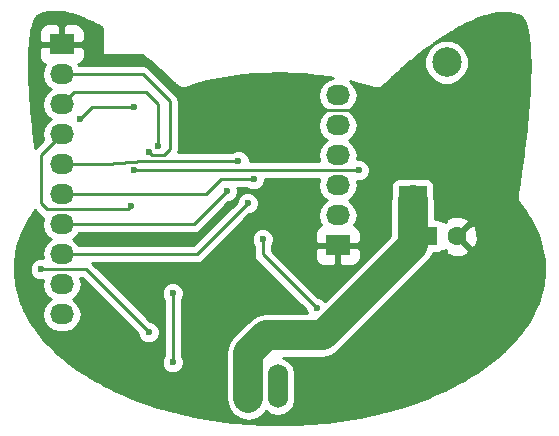
<source format=gbl>
G04 #@! TF.FileFunction,Copper,L2,Bot,Signal*
%FSLAX46Y46*%
G04 Gerber Fmt 4.6, Leading zero omitted, Abs format (unit mm)*
G04 Created by KiCad (PCBNEW 4.0.7) date Tuesday, December 26, 2017 'AMt' 07:42:27 AM*
%MOMM*%
%LPD*%
G01*
G04 APERTURE LIST*
%ADD10C,0.100000*%
%ADD11R,2.400000X2.400000*%
%ADD12C,2.400000*%
%ADD13R,1.600000X1.600000*%
%ADD14C,1.600000*%
%ADD15R,2.500000X2.500000*%
%ADD16C,2.500000*%
%ADD17O,1.700000X3.700000*%
%ADD18R,2.032000X1.727200*%
%ADD19O,2.032000X1.727200*%
%ADD20C,0.600000*%
%ADD21C,2.500000*%
%ADD22C,0.250000*%
%ADD23C,0.254000*%
G04 APERTURE END LIST*
D10*
D11*
X35344000Y-16988000D03*
D12*
X40344000Y-16988000D03*
D13*
X36614000Y-20036000D03*
D14*
X39114000Y-20036000D03*
D15*
X43218000Y-5304000D03*
D16*
X38218000Y-5304000D03*
D17*
X26414000Y-32752000D03*
X23914000Y-32752000D03*
X21414000Y-32752000D03*
D18*
X28994000Y-20798000D03*
D19*
X28994000Y-18258000D03*
X28994000Y-15718000D03*
X28994000Y-13178000D03*
X28994000Y-10638000D03*
X28994000Y-8098000D03*
D18*
X5626000Y-3780000D03*
D19*
X5626000Y-6320000D03*
X5626000Y-8860000D03*
X5626000Y-11400000D03*
X5626000Y-13940000D03*
X5626000Y-16480000D03*
X5626000Y-19020000D03*
X5626000Y-21560000D03*
X5626000Y-24100000D03*
X5626000Y-26640000D03*
D20*
X30772000Y-9368000D03*
X18326000Y-11400000D03*
X18326000Y-9114000D03*
X11722000Y-5304000D03*
X8166000Y-4288000D03*
X7150000Y-29180000D03*
X37630000Y-25116000D03*
X39662000Y-29688000D03*
X36614000Y-32228000D03*
X33312000Y-31466000D03*
X17310000Y-27910000D03*
X20358000Y-21306000D03*
X25692000Y-22068000D03*
X20599743Y-13681233D03*
X3848000Y-22830000D03*
X12992000Y-28164000D03*
X12992000Y-12924000D03*
X13754000Y-12416000D03*
X11468000Y-17496000D03*
X21882000Y-15210000D03*
X19596000Y-16226000D03*
X21374000Y-17242000D03*
X7150000Y-10130000D03*
X11722000Y-9114000D03*
X15024000Y-24862000D03*
X15024000Y-30704000D03*
X30772000Y-14448000D03*
X11722000Y-14448000D03*
X22644000Y-20290000D03*
X27216000Y-26132000D03*
D21*
X35344000Y-16988000D02*
X35344000Y-20798000D01*
X35344000Y-20798000D02*
X27724000Y-28418000D01*
X27724000Y-28418000D02*
X22898000Y-28418000D01*
X22898000Y-28418000D02*
X21414000Y-29902000D01*
X21414000Y-29902000D02*
X21414000Y-33752000D01*
D22*
X5626000Y-3780000D02*
X7658000Y-3780000D01*
X20358000Y-9368000D02*
X30772000Y-9368000D01*
X18326000Y-11400000D02*
X20358000Y-9368000D01*
X16548000Y-9114000D02*
X18326000Y-9114000D01*
X12738000Y-5304000D02*
X16548000Y-9114000D01*
X11722000Y-5304000D02*
X12738000Y-5304000D01*
X7658000Y-3780000D02*
X8166000Y-4288000D01*
X17310000Y-32482000D02*
X17310000Y-27910000D01*
X16802000Y-32990000D02*
X17310000Y-32482000D01*
X10960000Y-32990000D02*
X16802000Y-32990000D01*
X7150000Y-29180000D02*
X10960000Y-32990000D01*
X37630000Y-27656000D02*
X37630000Y-25116000D01*
X39662000Y-29688000D02*
X37630000Y-27656000D01*
X34074000Y-32228000D02*
X36614000Y-32228000D01*
X33312000Y-31466000D02*
X34074000Y-32228000D01*
X17310000Y-24354000D02*
X17310000Y-27910000D01*
X20358000Y-21306000D02*
X17310000Y-24354000D01*
X25692000Y-22068000D02*
X26200000Y-21560000D01*
X26200000Y-21560000D02*
X26200000Y-21306000D01*
X26200000Y-21306000D02*
X26708000Y-20798000D01*
X26708000Y-20798000D02*
X28994000Y-20798000D01*
X5626000Y-13940000D02*
X9436000Y-13940000D01*
X12484000Y-13686000D02*
X20599743Y-13681233D01*
X9436000Y-13940000D02*
X12484000Y-13686000D01*
X7658000Y-22830000D02*
X3848000Y-22830000D01*
X12992000Y-28164000D02*
X7658000Y-22830000D01*
X12484000Y-6320000D02*
X5626000Y-6320000D01*
X14770000Y-8606000D02*
X12484000Y-6320000D01*
X14770000Y-12670000D02*
X14770000Y-8606000D01*
X14262000Y-13178000D02*
X14770000Y-12670000D01*
X13246000Y-13178000D02*
X14262000Y-13178000D01*
X12992000Y-12924000D02*
X13246000Y-13178000D01*
X6642000Y-7844000D02*
X5626000Y-8860000D01*
X12738000Y-7844000D02*
X6642000Y-7844000D01*
X13754000Y-8860000D02*
X12738000Y-7844000D01*
X13754000Y-12416000D02*
X13754000Y-8860000D01*
X3848000Y-13178000D02*
X5626000Y-11400000D01*
X3848000Y-17242000D02*
X3848000Y-13178000D01*
X4356000Y-17750000D02*
X3848000Y-17242000D01*
X11214000Y-17750000D02*
X4356000Y-17750000D01*
X11468000Y-17496000D02*
X11214000Y-17750000D01*
X5626000Y-16480000D02*
X17818000Y-16480000D01*
X19088000Y-15210000D02*
X21882000Y-15210000D01*
X17818000Y-16480000D02*
X19088000Y-15210000D01*
X5626000Y-19020000D02*
X16802000Y-19020000D01*
X16802000Y-19020000D02*
X19596000Y-16226000D01*
X17056000Y-21560000D02*
X5626000Y-21560000D01*
X21374000Y-17242000D02*
X17056000Y-21560000D01*
X7150000Y-10130000D02*
X8166000Y-9114000D01*
X8166000Y-9114000D02*
X11722000Y-9114000D01*
X15024000Y-30704000D02*
X15024000Y-24862000D01*
X12992000Y-14448000D02*
X30772000Y-14448000D01*
X11722000Y-14448000D02*
X12992000Y-14448000D01*
X22644000Y-21560000D02*
X22644000Y-20290000D01*
X27216000Y-26132000D02*
X22644000Y-21560000D01*
D23*
G36*
X43233159Y-1125440D02*
X43414105Y-1135721D01*
X43587519Y-1155653D01*
X43762042Y-1186093D01*
X43927121Y-1223432D01*
X44085646Y-1271181D01*
X44243195Y-1329533D01*
X44397555Y-1397920D01*
X44520191Y-1461352D01*
X44531588Y-1467351D01*
X44552148Y-1481486D01*
X44581265Y-1506962D01*
X44616267Y-1545649D01*
X44659685Y-1605193D01*
X44710523Y-1688383D01*
X44764842Y-1793517D01*
X44817321Y-1911143D01*
X44867757Y-2048872D01*
X44917915Y-2205614D01*
X44965006Y-2378994D01*
X45008658Y-2566700D01*
X45047071Y-2767803D01*
X45084493Y-2989995D01*
X45117710Y-3222513D01*
X45148237Y-3462033D01*
X45171920Y-3713075D01*
X45193680Y-3976617D01*
X45210691Y-4251213D01*
X45225330Y-4531793D01*
X45235108Y-4820244D01*
X45242463Y-5116885D01*
X45244920Y-5419150D01*
X45244920Y-5730011D01*
X45242455Y-6045520D01*
X45235055Y-6361243D01*
X45225081Y-6687892D01*
X45212501Y-7017495D01*
X45212539Y-7017733D01*
X45212483Y-7017968D01*
X45200010Y-7349739D01*
X45182706Y-7681002D01*
X45162746Y-8015334D01*
X45140096Y-8352561D01*
X45140123Y-8352766D01*
X45140068Y-8352969D01*
X45117412Y-8692814D01*
X45092452Y-9029770D01*
X45065041Y-9366175D01*
X45034850Y-9703309D01*
X45004704Y-10037430D01*
X44972006Y-10371958D01*
X44939414Y-10700390D01*
X44904226Y-11027131D01*
X44904482Y-11029996D01*
X44903640Y-11032749D01*
X44871330Y-11353362D01*
X44834058Y-11668933D01*
X44834258Y-11671462D01*
X44833489Y-11673879D01*
X44798417Y-11987019D01*
X44760870Y-12292403D01*
X44761092Y-12295400D01*
X44760171Y-12298261D01*
X44725148Y-12600955D01*
X44687793Y-12894816D01*
X44649874Y-13185531D01*
X44650024Y-13187775D01*
X44649315Y-13189909D01*
X44614453Y-13468807D01*
X44577129Y-13737537D01*
X44577293Y-13740346D01*
X44576387Y-13743011D01*
X44541170Y-14009650D01*
X44506202Y-14261922D01*
X44471336Y-14505984D01*
X44436238Y-14739136D01*
X44436356Y-14741640D01*
X44435519Y-14744006D01*
X44402499Y-14972606D01*
X44402534Y-14973261D01*
X44402317Y-14973877D01*
X44372253Y-15184325D01*
X44342661Y-15381605D01*
X44312874Y-15570260D01*
X44284934Y-15745520D01*
X44285022Y-15747807D01*
X44284239Y-15749957D01*
X44258839Y-15915057D01*
X44258862Y-15915593D01*
X44258680Y-15916096D01*
X44235820Y-16065956D01*
X44235850Y-16066612D01*
X44235626Y-16067232D01*
X44216457Y-16194226D01*
X44197515Y-16305511D01*
X44179735Y-16409651D01*
X44179999Y-16419342D01*
X44176744Y-16428475D01*
X44167130Y-16493853D01*
X44161131Y-16523846D01*
X44161107Y-16547079D01*
X44153397Y-16568996D01*
X44150857Y-16586777D01*
X44151488Y-16598360D01*
X44147942Y-16609408D01*
X44160230Y-16758751D01*
X44160872Y-16770531D01*
X44160793Y-16845940D01*
X44165619Y-16857626D01*
X44168386Y-16908393D01*
X44173404Y-16918856D01*
X44174355Y-16930418D01*
X44242860Y-17063693D01*
X44307660Y-17198820D01*
X44316298Y-17206565D01*
X44321602Y-17216884D01*
X44387412Y-17299755D01*
X44578595Y-17545904D01*
X44815136Y-17874697D01*
X45037416Y-18208115D01*
X45245081Y-18545572D01*
X45437690Y-18886160D01*
X45612343Y-19226151D01*
X45770828Y-19571089D01*
X45915482Y-19921058D01*
X46041906Y-20268149D01*
X46150486Y-20621614D01*
X46245762Y-20979480D01*
X46323678Y-21336975D01*
X46383316Y-21697098D01*
X46426869Y-22059276D01*
X46452364Y-22430107D01*
X46461580Y-22706601D01*
X46461580Y-22874186D01*
X46454698Y-23117333D01*
X46433887Y-23445694D01*
X46399288Y-23768616D01*
X46353164Y-24089176D01*
X46293736Y-24404602D01*
X46220552Y-24717922D01*
X46132802Y-25031975D01*
X46032535Y-25346765D01*
X45921753Y-25656034D01*
X45796974Y-25961050D01*
X45658822Y-26267794D01*
X45509260Y-26571591D01*
X45348206Y-26870357D01*
X45172140Y-27170843D01*
X44987137Y-27463569D01*
X44785867Y-27757186D01*
X44574226Y-28049680D01*
X44351297Y-28336641D01*
X44118655Y-28619135D01*
X43869825Y-28901462D01*
X43614412Y-29178359D01*
X43344174Y-29450988D01*
X43061098Y-29724387D01*
X42770629Y-29990851D01*
X42469874Y-30250704D01*
X42153817Y-30510842D01*
X41831359Y-30765415D01*
X41497372Y-31014696D01*
X41152450Y-31260028D01*
X40799285Y-31498718D01*
X40433315Y-31735379D01*
X40058535Y-31965637D01*
X39674369Y-32193200D01*
X39282348Y-32412342D01*
X38880902Y-32625304D01*
X38467337Y-32834549D01*
X38045195Y-33039448D01*
X37617803Y-33238407D01*
X37181826Y-33429453D01*
X36735536Y-33614380D01*
X36281498Y-33794514D01*
X35819662Y-33967393D01*
X35350021Y-34135476D01*
X34873782Y-34295867D01*
X34392947Y-34448748D01*
X33899934Y-34594917D01*
X33402927Y-34735860D01*
X32898146Y-34867004D01*
X32386350Y-34993710D01*
X31870444Y-35112196D01*
X31347467Y-35221254D01*
X30814740Y-35325809D01*
X30280132Y-35422334D01*
X29738569Y-35509282D01*
X29191738Y-35591307D01*
X28641470Y-35663189D01*
X28086141Y-35727647D01*
X27522885Y-35782235D01*
X26954767Y-35829578D01*
X26386152Y-35869306D01*
X25809696Y-35899123D01*
X25228614Y-35921568D01*
X24647844Y-35936460D01*
X24208817Y-35938940D01*
X23913823Y-35938940D01*
X23474736Y-35936459D01*
X22891461Y-35921567D01*
X22310462Y-35899125D01*
X21736518Y-35869310D01*
X21165161Y-35829563D01*
X20597311Y-35782242D01*
X20036679Y-35727668D01*
X19481170Y-35663189D01*
X18930909Y-35591308D01*
X18383739Y-35509233D01*
X17840008Y-35422335D01*
X17308200Y-35325868D01*
X16775253Y-35221271D01*
X16252243Y-35112207D01*
X15735835Y-34993606D01*
X15221943Y-34866995D01*
X14719707Y-34735870D01*
X14220173Y-34594912D01*
X13729671Y-34448752D01*
X13245732Y-34295670D01*
X12770079Y-34135476D01*
X12300439Y-33967394D01*
X11838574Y-33794503D01*
X11384565Y-33614380D01*
X10939050Y-33429774D01*
X10504784Y-33238403D01*
X10074130Y-33039071D01*
X9653643Y-32834976D01*
X9241702Y-32625305D01*
X8837806Y-32412341D01*
X8449204Y-32193753D01*
X8064105Y-31965637D01*
X7689324Y-31735379D01*
X7322262Y-31498012D01*
X6967712Y-31260026D01*
X6626369Y-31015518D01*
X6290075Y-30764516D01*
X5966392Y-30510883D01*
X5652726Y-30250712D01*
X5348293Y-29989770D01*
X5059022Y-29724405D01*
X4777271Y-29452287D01*
X4508127Y-29178339D01*
X4250394Y-28901515D01*
X4003890Y-28619111D01*
X3767518Y-28334986D01*
X3545878Y-28049685D01*
X3335561Y-27759022D01*
X3135409Y-27463559D01*
X2948056Y-27170820D01*
X2775578Y-26872480D01*
X2612171Y-26569347D01*
X2460222Y-26265449D01*
X2324234Y-25963510D01*
X2200774Y-25656025D01*
X2086741Y-25344179D01*
X1988159Y-25034677D01*
X1902727Y-24720658D01*
X1828903Y-24404597D01*
X1768937Y-24086316D01*
X1720502Y-23765724D01*
X1686521Y-23448572D01*
X1668024Y-23120237D01*
X1661060Y-22874186D01*
X1661060Y-22703151D01*
X1667907Y-22429253D01*
X1695465Y-22061825D01*
X1739324Y-21697098D01*
X1798962Y-21336975D01*
X1877551Y-20976392D01*
X1969735Y-20619179D01*
X2079884Y-20270375D01*
X2207499Y-19917693D01*
X2351812Y-19568549D01*
X2510302Y-19223603D01*
X2684950Y-18883620D01*
X2877565Y-18543020D01*
X3085212Y-18205594D01*
X3306424Y-17873776D01*
X3347897Y-17816699D01*
X3818599Y-18287401D01*
X4056728Y-18446514D01*
X3942655Y-19020000D01*
X4056729Y-19593489D01*
X4381585Y-20079670D01*
X4696366Y-20290000D01*
X4381585Y-20500330D01*
X4056729Y-20986511D01*
X3942655Y-21560000D01*
X4009318Y-21895140D01*
X3662833Y-21894838D01*
X3319057Y-22036883D01*
X3055808Y-22299673D01*
X2913162Y-22643201D01*
X2912838Y-23015167D01*
X3054883Y-23358943D01*
X3317673Y-23622192D01*
X3661201Y-23764838D01*
X4009263Y-23765141D01*
X3942655Y-24100000D01*
X4056729Y-24673489D01*
X4381585Y-25159670D01*
X4696366Y-25370000D01*
X4381585Y-25580330D01*
X4056729Y-26066511D01*
X3942655Y-26640000D01*
X4056729Y-27213489D01*
X4381585Y-27699670D01*
X4867766Y-28024526D01*
X5441255Y-28138600D01*
X5810745Y-28138600D01*
X6384234Y-28024526D01*
X6870415Y-27699670D01*
X7195271Y-27213489D01*
X7309345Y-26640000D01*
X7195271Y-26066511D01*
X6870415Y-25580330D01*
X6555634Y-25370000D01*
X6870415Y-25159670D01*
X7195271Y-24673489D01*
X7309345Y-24100000D01*
X7207900Y-23590000D01*
X7343198Y-23590000D01*
X12056878Y-28303680D01*
X12056838Y-28349167D01*
X12198883Y-28692943D01*
X12461673Y-28956192D01*
X12805201Y-29098838D01*
X13177167Y-29099162D01*
X13520943Y-28957117D01*
X13784192Y-28694327D01*
X13926838Y-28350799D01*
X13927162Y-27978833D01*
X13785117Y-27635057D01*
X13522327Y-27371808D01*
X13178799Y-27229162D01*
X13131923Y-27229121D01*
X10949969Y-25047167D01*
X14088838Y-25047167D01*
X14230883Y-25390943D01*
X14264000Y-25424118D01*
X14264000Y-30141537D01*
X14231808Y-30173673D01*
X14089162Y-30517201D01*
X14088838Y-30889167D01*
X14230883Y-31232943D01*
X14493673Y-31496192D01*
X14837201Y-31638838D01*
X15209167Y-31639162D01*
X15552943Y-31497117D01*
X15816192Y-31234327D01*
X15958838Y-30890799D01*
X15959162Y-30518833D01*
X15817117Y-30175057D01*
X15784000Y-30141882D01*
X15784000Y-29902000D01*
X19529000Y-29902000D01*
X19529000Y-33752000D01*
X19672487Y-34473358D01*
X20081104Y-35084896D01*
X20692642Y-35493513D01*
X21414000Y-35637000D01*
X22135358Y-35493513D01*
X22746896Y-35084896D01*
X22891191Y-34868943D01*
X23345715Y-35172645D01*
X23914000Y-35285684D01*
X24482285Y-35172645D01*
X24964054Y-34850738D01*
X25285961Y-34368969D01*
X25399000Y-33800684D01*
X25399000Y-31703316D01*
X25285961Y-31135031D01*
X24964054Y-30653262D01*
X24482285Y-30331355D01*
X24339735Y-30303000D01*
X27724000Y-30303000D01*
X28445359Y-30159513D01*
X29056896Y-29750896D01*
X36676896Y-22130897D01*
X37085513Y-21519359D01*
X37092658Y-21483440D01*
X37414000Y-21483440D01*
X37649317Y-21439162D01*
X37865441Y-21300090D01*
X37875984Y-21284660D01*
X37960466Y-21369142D01*
X38126313Y-21203295D01*
X38184449Y-21531483D01*
X38827503Y-21773370D01*
X39514174Y-21750758D01*
X40043551Y-21531483D01*
X40101687Y-21203293D01*
X39114000Y-20215605D01*
X39099858Y-20229748D01*
X38920252Y-20050142D01*
X38934395Y-20036000D01*
X39293605Y-20036000D01*
X40281293Y-21023687D01*
X40609483Y-20965551D01*
X40851370Y-20322497D01*
X40828758Y-19635826D01*
X40609483Y-19106449D01*
X40281293Y-19048313D01*
X39293605Y-20036000D01*
X38934395Y-20036000D01*
X38920252Y-20021858D01*
X39099858Y-19842252D01*
X39114000Y-19856395D01*
X40101687Y-18868707D01*
X40043551Y-18540517D01*
X39400497Y-18298630D01*
X38713826Y-18321242D01*
X38184449Y-18540517D01*
X38126313Y-18868705D01*
X37960466Y-18702858D01*
X37878354Y-18784970D01*
X37878090Y-18784559D01*
X37665890Y-18639569D01*
X37414000Y-18588560D01*
X37229000Y-18588560D01*
X37229000Y-16988000D01*
X37191440Y-16799173D01*
X37191440Y-15788000D01*
X37147162Y-15552683D01*
X37008090Y-15336559D01*
X36795890Y-15191569D01*
X36544000Y-15140560D01*
X35532827Y-15140560D01*
X35344000Y-15103000D01*
X35155173Y-15140560D01*
X34144000Y-15140560D01*
X33908683Y-15184838D01*
X33692559Y-15323910D01*
X33547569Y-15536110D01*
X33496560Y-15788000D01*
X33496560Y-16799173D01*
X33459000Y-16988000D01*
X33459000Y-20017207D01*
X27941193Y-25535015D01*
X27746327Y-25339808D01*
X27402799Y-25197162D01*
X27355923Y-25197121D01*
X23404000Y-21245198D01*
X23404000Y-21156750D01*
X27051000Y-21156750D01*
X27051000Y-21845992D01*
X27192127Y-22186703D01*
X27452896Y-22447473D01*
X27793608Y-22588600D01*
X28635250Y-22588600D01*
X28867000Y-22356850D01*
X28867000Y-20925000D01*
X29121000Y-20925000D01*
X29121000Y-22356850D01*
X29352750Y-22588600D01*
X30194392Y-22588600D01*
X30535104Y-22447473D01*
X30795873Y-22186703D01*
X30937000Y-21845992D01*
X30937000Y-21156750D01*
X30705250Y-20925000D01*
X29121000Y-20925000D01*
X28867000Y-20925000D01*
X27282750Y-20925000D01*
X27051000Y-21156750D01*
X23404000Y-21156750D01*
X23404000Y-20852463D01*
X23436192Y-20820327D01*
X23578838Y-20476799D01*
X23579162Y-20104833D01*
X23437117Y-19761057D01*
X23174327Y-19497808D01*
X22830799Y-19355162D01*
X22458833Y-19354838D01*
X22115057Y-19496883D01*
X21851808Y-19759673D01*
X21709162Y-20103201D01*
X21708838Y-20475167D01*
X21850883Y-20818943D01*
X21884000Y-20852118D01*
X21884000Y-21560000D01*
X21941852Y-21850839D01*
X22106599Y-22097401D01*
X26280878Y-26271680D01*
X26280838Y-26317167D01*
X26370018Y-26533000D01*
X22898000Y-26533000D01*
X22176642Y-26676487D01*
X21565104Y-27085104D01*
X20081104Y-28569104D01*
X19672487Y-29180641D01*
X19606930Y-29510221D01*
X19529000Y-29902000D01*
X15784000Y-29902000D01*
X15784000Y-25424463D01*
X15816192Y-25392327D01*
X15958838Y-25048799D01*
X15959162Y-24676833D01*
X15817117Y-24333057D01*
X15554327Y-24069808D01*
X15210799Y-23927162D01*
X14838833Y-23926838D01*
X14495057Y-24068883D01*
X14231808Y-24331673D01*
X14089162Y-24675201D01*
X14088838Y-25047167D01*
X10949969Y-25047167D01*
X8222802Y-22320000D01*
X17056000Y-22320000D01*
X17346839Y-22262148D01*
X17593401Y-22097401D01*
X21513680Y-18177122D01*
X21559167Y-18177162D01*
X21902943Y-18035117D01*
X22166192Y-17772327D01*
X22308838Y-17428799D01*
X22309162Y-17056833D01*
X22167117Y-16713057D01*
X21904327Y-16449808D01*
X21560799Y-16307162D01*
X21188833Y-16306838D01*
X20845057Y-16448883D01*
X20581808Y-16711673D01*
X20439162Y-17055201D01*
X20439121Y-17102077D01*
X16741198Y-20800000D01*
X7070648Y-20800000D01*
X6870415Y-20500330D01*
X6555634Y-20290000D01*
X6870415Y-20079670D01*
X7070648Y-19780000D01*
X16802000Y-19780000D01*
X17092839Y-19722148D01*
X17339401Y-19557401D01*
X19735680Y-17161122D01*
X19781167Y-17161162D01*
X20124943Y-17019117D01*
X20388192Y-16756327D01*
X20530838Y-16412799D01*
X20531162Y-16040833D01*
X20501894Y-15970000D01*
X21319537Y-15970000D01*
X21351673Y-16002192D01*
X21695201Y-16144838D01*
X22067167Y-16145162D01*
X22410943Y-16003117D01*
X22674192Y-15740327D01*
X22816838Y-15396799D01*
X22817002Y-15208000D01*
X27412100Y-15208000D01*
X27310655Y-15718000D01*
X27424729Y-16291489D01*
X27749585Y-16777670D01*
X28064366Y-16988000D01*
X27749585Y-17198330D01*
X27424729Y-17684511D01*
X27310655Y-18258000D01*
X27424729Y-18831489D01*
X27596752Y-19088940D01*
X27452896Y-19148527D01*
X27192127Y-19409297D01*
X27051000Y-19750008D01*
X27051000Y-20439250D01*
X27282750Y-20671000D01*
X28867000Y-20671000D01*
X28867000Y-20651000D01*
X29121000Y-20651000D01*
X29121000Y-20671000D01*
X30705250Y-20671000D01*
X30937000Y-20439250D01*
X30937000Y-19750008D01*
X30795873Y-19409297D01*
X30535104Y-19148527D01*
X30391248Y-19088940D01*
X30563271Y-18831489D01*
X30677345Y-18258000D01*
X30563271Y-17684511D01*
X30238415Y-17198330D01*
X29923634Y-16988000D01*
X30238415Y-16777670D01*
X30563271Y-16291489D01*
X30677345Y-15718000D01*
X30610682Y-15382860D01*
X30957167Y-15383162D01*
X31300943Y-15241117D01*
X31564192Y-14978327D01*
X31706838Y-14634799D01*
X31707162Y-14262833D01*
X31565117Y-13919057D01*
X31302327Y-13655808D01*
X30958799Y-13513162D01*
X30610737Y-13512859D01*
X30677345Y-13178000D01*
X30563271Y-12604511D01*
X30238415Y-12118330D01*
X29923634Y-11908000D01*
X30238415Y-11697670D01*
X30563271Y-11211489D01*
X30677345Y-10638000D01*
X30563271Y-10064511D01*
X30238415Y-9578330D01*
X29923634Y-9368000D01*
X30238415Y-9157670D01*
X30563271Y-8671489D01*
X30677345Y-8098000D01*
X30563271Y-7524511D01*
X30238415Y-7038330D01*
X30046119Y-6909842D01*
X30201556Y-6943290D01*
X31152677Y-7187231D01*
X31847344Y-7390967D01*
X32073049Y-7463775D01*
X32200566Y-7478594D01*
X32326480Y-7503640D01*
X32359522Y-7497068D01*
X32392990Y-7500957D01*
X32516476Y-7465848D01*
X32642386Y-7440803D01*
X32670400Y-7422085D01*
X32702806Y-7412871D01*
X32803451Y-7333183D01*
X32910197Y-7261857D01*
X32922894Y-7249159D01*
X32922897Y-7249157D01*
X32955914Y-7216139D01*
X32955917Y-7216137D01*
X33006068Y-7165985D01*
X33066281Y-7108088D01*
X33066777Y-7107376D01*
X33067508Y-7106906D01*
X33141168Y-7035786D01*
X33141686Y-7035039D01*
X33142448Y-7034547D01*
X33222597Y-6956827D01*
X33312864Y-6871439D01*
X33313219Y-6870938D01*
X33313739Y-6870610D01*
X33412799Y-6776630D01*
X33413408Y-6775769D01*
X33414297Y-6775205D01*
X33517047Y-6677234D01*
X33627310Y-6576560D01*
X33630762Y-6571870D01*
X33635702Y-6568790D01*
X33754490Y-6457275D01*
X33880771Y-6343137D01*
X33881494Y-6342164D01*
X33882531Y-6341541D01*
X34022231Y-6214541D01*
X34022668Y-6213950D01*
X34023296Y-6213571D01*
X34160678Y-6088241D01*
X34308082Y-5960167D01*
X34310993Y-5956409D01*
X34315092Y-5954006D01*
X34473086Y-5813568D01*
X34628473Y-5677305D01*
X36332674Y-5677305D01*
X36619043Y-6370372D01*
X37148839Y-6901093D01*
X37841405Y-7188672D01*
X38591305Y-7189326D01*
X39284372Y-6902957D01*
X39815093Y-6373161D01*
X40102672Y-5680595D01*
X40103326Y-4930695D01*
X39816957Y-4237628D01*
X39287161Y-3706907D01*
X38594595Y-3419328D01*
X37844695Y-3418674D01*
X37151628Y-3705043D01*
X36620907Y-4234839D01*
X36333328Y-4927405D01*
X36332674Y-5677305D01*
X34628473Y-5677305D01*
X34631810Y-5674379D01*
X34798288Y-5532383D01*
X34974311Y-5384021D01*
X34974981Y-5383182D01*
X34975917Y-5382663D01*
X35154985Y-5230954D01*
X35339589Y-5078347D01*
X35526978Y-4925477D01*
X35724069Y-4768304D01*
X35724490Y-4767806D01*
X35725066Y-4767507D01*
X35924381Y-4608055D01*
X36124968Y-4451499D01*
X36334509Y-4291849D01*
X36335003Y-4291290D01*
X36335670Y-4290962D01*
X36545448Y-4130544D01*
X36756621Y-3975197D01*
X36979107Y-3815207D01*
X37199159Y-3656968D01*
X37422409Y-3502409D01*
X37650166Y-3346444D01*
X37877916Y-3194610D01*
X38109869Y-3044088D01*
X38337372Y-2898874D01*
X38572499Y-2756818D01*
X38808133Y-2614456D01*
X39039260Y-2482039D01*
X39276843Y-2349777D01*
X39512601Y-2222276D01*
X39746659Y-2102859D01*
X39983400Y-1986903D01*
X40219844Y-1875919D01*
X40452694Y-1771374D01*
X40681803Y-1675524D01*
X40914937Y-1585125D01*
X41140337Y-1501471D01*
X41368699Y-1426904D01*
X41591334Y-1357331D01*
X41807664Y-1299345D01*
X42027100Y-1248528D01*
X42240409Y-1203621D01*
X42442575Y-1171360D01*
X42649073Y-1146936D01*
X42850451Y-1129613D01*
X43041605Y-1123311D01*
X43233159Y-1125440D01*
X43233159Y-1125440D01*
G37*
X43233159Y-1125440D02*
X43414105Y-1135721D01*
X43587519Y-1155653D01*
X43762042Y-1186093D01*
X43927121Y-1223432D01*
X44085646Y-1271181D01*
X44243195Y-1329533D01*
X44397555Y-1397920D01*
X44520191Y-1461352D01*
X44531588Y-1467351D01*
X44552148Y-1481486D01*
X44581265Y-1506962D01*
X44616267Y-1545649D01*
X44659685Y-1605193D01*
X44710523Y-1688383D01*
X44764842Y-1793517D01*
X44817321Y-1911143D01*
X44867757Y-2048872D01*
X44917915Y-2205614D01*
X44965006Y-2378994D01*
X45008658Y-2566700D01*
X45047071Y-2767803D01*
X45084493Y-2989995D01*
X45117710Y-3222513D01*
X45148237Y-3462033D01*
X45171920Y-3713075D01*
X45193680Y-3976617D01*
X45210691Y-4251213D01*
X45225330Y-4531793D01*
X45235108Y-4820244D01*
X45242463Y-5116885D01*
X45244920Y-5419150D01*
X45244920Y-5730011D01*
X45242455Y-6045520D01*
X45235055Y-6361243D01*
X45225081Y-6687892D01*
X45212501Y-7017495D01*
X45212539Y-7017733D01*
X45212483Y-7017968D01*
X45200010Y-7349739D01*
X45182706Y-7681002D01*
X45162746Y-8015334D01*
X45140096Y-8352561D01*
X45140123Y-8352766D01*
X45140068Y-8352969D01*
X45117412Y-8692814D01*
X45092452Y-9029770D01*
X45065041Y-9366175D01*
X45034850Y-9703309D01*
X45004704Y-10037430D01*
X44972006Y-10371958D01*
X44939414Y-10700390D01*
X44904226Y-11027131D01*
X44904482Y-11029996D01*
X44903640Y-11032749D01*
X44871330Y-11353362D01*
X44834058Y-11668933D01*
X44834258Y-11671462D01*
X44833489Y-11673879D01*
X44798417Y-11987019D01*
X44760870Y-12292403D01*
X44761092Y-12295400D01*
X44760171Y-12298261D01*
X44725148Y-12600955D01*
X44687793Y-12894816D01*
X44649874Y-13185531D01*
X44650024Y-13187775D01*
X44649315Y-13189909D01*
X44614453Y-13468807D01*
X44577129Y-13737537D01*
X44577293Y-13740346D01*
X44576387Y-13743011D01*
X44541170Y-14009650D01*
X44506202Y-14261922D01*
X44471336Y-14505984D01*
X44436238Y-14739136D01*
X44436356Y-14741640D01*
X44435519Y-14744006D01*
X44402499Y-14972606D01*
X44402534Y-14973261D01*
X44402317Y-14973877D01*
X44372253Y-15184325D01*
X44342661Y-15381605D01*
X44312874Y-15570260D01*
X44284934Y-15745520D01*
X44285022Y-15747807D01*
X44284239Y-15749957D01*
X44258839Y-15915057D01*
X44258862Y-15915593D01*
X44258680Y-15916096D01*
X44235820Y-16065956D01*
X44235850Y-16066612D01*
X44235626Y-16067232D01*
X44216457Y-16194226D01*
X44197515Y-16305511D01*
X44179735Y-16409651D01*
X44179999Y-16419342D01*
X44176744Y-16428475D01*
X44167130Y-16493853D01*
X44161131Y-16523846D01*
X44161107Y-16547079D01*
X44153397Y-16568996D01*
X44150857Y-16586777D01*
X44151488Y-16598360D01*
X44147942Y-16609408D01*
X44160230Y-16758751D01*
X44160872Y-16770531D01*
X44160793Y-16845940D01*
X44165619Y-16857626D01*
X44168386Y-16908393D01*
X44173404Y-16918856D01*
X44174355Y-16930418D01*
X44242860Y-17063693D01*
X44307660Y-17198820D01*
X44316298Y-17206565D01*
X44321602Y-17216884D01*
X44387412Y-17299755D01*
X44578595Y-17545904D01*
X44815136Y-17874697D01*
X45037416Y-18208115D01*
X45245081Y-18545572D01*
X45437690Y-18886160D01*
X45612343Y-19226151D01*
X45770828Y-19571089D01*
X45915482Y-19921058D01*
X46041906Y-20268149D01*
X46150486Y-20621614D01*
X46245762Y-20979480D01*
X46323678Y-21336975D01*
X46383316Y-21697098D01*
X46426869Y-22059276D01*
X46452364Y-22430107D01*
X46461580Y-22706601D01*
X46461580Y-22874186D01*
X46454698Y-23117333D01*
X46433887Y-23445694D01*
X46399288Y-23768616D01*
X46353164Y-24089176D01*
X46293736Y-24404602D01*
X46220552Y-24717922D01*
X46132802Y-25031975D01*
X46032535Y-25346765D01*
X45921753Y-25656034D01*
X45796974Y-25961050D01*
X45658822Y-26267794D01*
X45509260Y-26571591D01*
X45348206Y-26870357D01*
X45172140Y-27170843D01*
X44987137Y-27463569D01*
X44785867Y-27757186D01*
X44574226Y-28049680D01*
X44351297Y-28336641D01*
X44118655Y-28619135D01*
X43869825Y-28901462D01*
X43614412Y-29178359D01*
X43344174Y-29450988D01*
X43061098Y-29724387D01*
X42770629Y-29990851D01*
X42469874Y-30250704D01*
X42153817Y-30510842D01*
X41831359Y-30765415D01*
X41497372Y-31014696D01*
X41152450Y-31260028D01*
X40799285Y-31498718D01*
X40433315Y-31735379D01*
X40058535Y-31965637D01*
X39674369Y-32193200D01*
X39282348Y-32412342D01*
X38880902Y-32625304D01*
X38467337Y-32834549D01*
X38045195Y-33039448D01*
X37617803Y-33238407D01*
X37181826Y-33429453D01*
X36735536Y-33614380D01*
X36281498Y-33794514D01*
X35819662Y-33967393D01*
X35350021Y-34135476D01*
X34873782Y-34295867D01*
X34392947Y-34448748D01*
X33899934Y-34594917D01*
X33402927Y-34735860D01*
X32898146Y-34867004D01*
X32386350Y-34993710D01*
X31870444Y-35112196D01*
X31347467Y-35221254D01*
X30814740Y-35325809D01*
X30280132Y-35422334D01*
X29738569Y-35509282D01*
X29191738Y-35591307D01*
X28641470Y-35663189D01*
X28086141Y-35727647D01*
X27522885Y-35782235D01*
X26954767Y-35829578D01*
X26386152Y-35869306D01*
X25809696Y-35899123D01*
X25228614Y-35921568D01*
X24647844Y-35936460D01*
X24208817Y-35938940D01*
X23913823Y-35938940D01*
X23474736Y-35936459D01*
X22891461Y-35921567D01*
X22310462Y-35899125D01*
X21736518Y-35869310D01*
X21165161Y-35829563D01*
X20597311Y-35782242D01*
X20036679Y-35727668D01*
X19481170Y-35663189D01*
X18930909Y-35591308D01*
X18383739Y-35509233D01*
X17840008Y-35422335D01*
X17308200Y-35325868D01*
X16775253Y-35221271D01*
X16252243Y-35112207D01*
X15735835Y-34993606D01*
X15221943Y-34866995D01*
X14719707Y-34735870D01*
X14220173Y-34594912D01*
X13729671Y-34448752D01*
X13245732Y-34295670D01*
X12770079Y-34135476D01*
X12300439Y-33967394D01*
X11838574Y-33794503D01*
X11384565Y-33614380D01*
X10939050Y-33429774D01*
X10504784Y-33238403D01*
X10074130Y-33039071D01*
X9653643Y-32834976D01*
X9241702Y-32625305D01*
X8837806Y-32412341D01*
X8449204Y-32193753D01*
X8064105Y-31965637D01*
X7689324Y-31735379D01*
X7322262Y-31498012D01*
X6967712Y-31260026D01*
X6626369Y-31015518D01*
X6290075Y-30764516D01*
X5966392Y-30510883D01*
X5652726Y-30250712D01*
X5348293Y-29989770D01*
X5059022Y-29724405D01*
X4777271Y-29452287D01*
X4508127Y-29178339D01*
X4250394Y-28901515D01*
X4003890Y-28619111D01*
X3767518Y-28334986D01*
X3545878Y-28049685D01*
X3335561Y-27759022D01*
X3135409Y-27463559D01*
X2948056Y-27170820D01*
X2775578Y-26872480D01*
X2612171Y-26569347D01*
X2460222Y-26265449D01*
X2324234Y-25963510D01*
X2200774Y-25656025D01*
X2086741Y-25344179D01*
X1988159Y-25034677D01*
X1902727Y-24720658D01*
X1828903Y-24404597D01*
X1768937Y-24086316D01*
X1720502Y-23765724D01*
X1686521Y-23448572D01*
X1668024Y-23120237D01*
X1661060Y-22874186D01*
X1661060Y-22703151D01*
X1667907Y-22429253D01*
X1695465Y-22061825D01*
X1739324Y-21697098D01*
X1798962Y-21336975D01*
X1877551Y-20976392D01*
X1969735Y-20619179D01*
X2079884Y-20270375D01*
X2207499Y-19917693D01*
X2351812Y-19568549D01*
X2510302Y-19223603D01*
X2684950Y-18883620D01*
X2877565Y-18543020D01*
X3085212Y-18205594D01*
X3306424Y-17873776D01*
X3347897Y-17816699D01*
X3818599Y-18287401D01*
X4056728Y-18446514D01*
X3942655Y-19020000D01*
X4056729Y-19593489D01*
X4381585Y-20079670D01*
X4696366Y-20290000D01*
X4381585Y-20500330D01*
X4056729Y-20986511D01*
X3942655Y-21560000D01*
X4009318Y-21895140D01*
X3662833Y-21894838D01*
X3319057Y-22036883D01*
X3055808Y-22299673D01*
X2913162Y-22643201D01*
X2912838Y-23015167D01*
X3054883Y-23358943D01*
X3317673Y-23622192D01*
X3661201Y-23764838D01*
X4009263Y-23765141D01*
X3942655Y-24100000D01*
X4056729Y-24673489D01*
X4381585Y-25159670D01*
X4696366Y-25370000D01*
X4381585Y-25580330D01*
X4056729Y-26066511D01*
X3942655Y-26640000D01*
X4056729Y-27213489D01*
X4381585Y-27699670D01*
X4867766Y-28024526D01*
X5441255Y-28138600D01*
X5810745Y-28138600D01*
X6384234Y-28024526D01*
X6870415Y-27699670D01*
X7195271Y-27213489D01*
X7309345Y-26640000D01*
X7195271Y-26066511D01*
X6870415Y-25580330D01*
X6555634Y-25370000D01*
X6870415Y-25159670D01*
X7195271Y-24673489D01*
X7309345Y-24100000D01*
X7207900Y-23590000D01*
X7343198Y-23590000D01*
X12056878Y-28303680D01*
X12056838Y-28349167D01*
X12198883Y-28692943D01*
X12461673Y-28956192D01*
X12805201Y-29098838D01*
X13177167Y-29099162D01*
X13520943Y-28957117D01*
X13784192Y-28694327D01*
X13926838Y-28350799D01*
X13927162Y-27978833D01*
X13785117Y-27635057D01*
X13522327Y-27371808D01*
X13178799Y-27229162D01*
X13131923Y-27229121D01*
X10949969Y-25047167D01*
X14088838Y-25047167D01*
X14230883Y-25390943D01*
X14264000Y-25424118D01*
X14264000Y-30141537D01*
X14231808Y-30173673D01*
X14089162Y-30517201D01*
X14088838Y-30889167D01*
X14230883Y-31232943D01*
X14493673Y-31496192D01*
X14837201Y-31638838D01*
X15209167Y-31639162D01*
X15552943Y-31497117D01*
X15816192Y-31234327D01*
X15958838Y-30890799D01*
X15959162Y-30518833D01*
X15817117Y-30175057D01*
X15784000Y-30141882D01*
X15784000Y-29902000D01*
X19529000Y-29902000D01*
X19529000Y-33752000D01*
X19672487Y-34473358D01*
X20081104Y-35084896D01*
X20692642Y-35493513D01*
X21414000Y-35637000D01*
X22135358Y-35493513D01*
X22746896Y-35084896D01*
X22891191Y-34868943D01*
X23345715Y-35172645D01*
X23914000Y-35285684D01*
X24482285Y-35172645D01*
X24964054Y-34850738D01*
X25285961Y-34368969D01*
X25399000Y-33800684D01*
X25399000Y-31703316D01*
X25285961Y-31135031D01*
X24964054Y-30653262D01*
X24482285Y-30331355D01*
X24339735Y-30303000D01*
X27724000Y-30303000D01*
X28445359Y-30159513D01*
X29056896Y-29750896D01*
X36676896Y-22130897D01*
X37085513Y-21519359D01*
X37092658Y-21483440D01*
X37414000Y-21483440D01*
X37649317Y-21439162D01*
X37865441Y-21300090D01*
X37875984Y-21284660D01*
X37960466Y-21369142D01*
X38126313Y-21203295D01*
X38184449Y-21531483D01*
X38827503Y-21773370D01*
X39514174Y-21750758D01*
X40043551Y-21531483D01*
X40101687Y-21203293D01*
X39114000Y-20215605D01*
X39099858Y-20229748D01*
X38920252Y-20050142D01*
X38934395Y-20036000D01*
X39293605Y-20036000D01*
X40281293Y-21023687D01*
X40609483Y-20965551D01*
X40851370Y-20322497D01*
X40828758Y-19635826D01*
X40609483Y-19106449D01*
X40281293Y-19048313D01*
X39293605Y-20036000D01*
X38934395Y-20036000D01*
X38920252Y-20021858D01*
X39099858Y-19842252D01*
X39114000Y-19856395D01*
X40101687Y-18868707D01*
X40043551Y-18540517D01*
X39400497Y-18298630D01*
X38713826Y-18321242D01*
X38184449Y-18540517D01*
X38126313Y-18868705D01*
X37960466Y-18702858D01*
X37878354Y-18784970D01*
X37878090Y-18784559D01*
X37665890Y-18639569D01*
X37414000Y-18588560D01*
X37229000Y-18588560D01*
X37229000Y-16988000D01*
X37191440Y-16799173D01*
X37191440Y-15788000D01*
X37147162Y-15552683D01*
X37008090Y-15336559D01*
X36795890Y-15191569D01*
X36544000Y-15140560D01*
X35532827Y-15140560D01*
X35344000Y-15103000D01*
X35155173Y-15140560D01*
X34144000Y-15140560D01*
X33908683Y-15184838D01*
X33692559Y-15323910D01*
X33547569Y-15536110D01*
X33496560Y-15788000D01*
X33496560Y-16799173D01*
X33459000Y-16988000D01*
X33459000Y-20017207D01*
X27941193Y-25535015D01*
X27746327Y-25339808D01*
X27402799Y-25197162D01*
X27355923Y-25197121D01*
X23404000Y-21245198D01*
X23404000Y-21156750D01*
X27051000Y-21156750D01*
X27051000Y-21845992D01*
X27192127Y-22186703D01*
X27452896Y-22447473D01*
X27793608Y-22588600D01*
X28635250Y-22588600D01*
X28867000Y-22356850D01*
X28867000Y-20925000D01*
X29121000Y-20925000D01*
X29121000Y-22356850D01*
X29352750Y-22588600D01*
X30194392Y-22588600D01*
X30535104Y-22447473D01*
X30795873Y-22186703D01*
X30937000Y-21845992D01*
X30937000Y-21156750D01*
X30705250Y-20925000D01*
X29121000Y-20925000D01*
X28867000Y-20925000D01*
X27282750Y-20925000D01*
X27051000Y-21156750D01*
X23404000Y-21156750D01*
X23404000Y-20852463D01*
X23436192Y-20820327D01*
X23578838Y-20476799D01*
X23579162Y-20104833D01*
X23437117Y-19761057D01*
X23174327Y-19497808D01*
X22830799Y-19355162D01*
X22458833Y-19354838D01*
X22115057Y-19496883D01*
X21851808Y-19759673D01*
X21709162Y-20103201D01*
X21708838Y-20475167D01*
X21850883Y-20818943D01*
X21884000Y-20852118D01*
X21884000Y-21560000D01*
X21941852Y-21850839D01*
X22106599Y-22097401D01*
X26280878Y-26271680D01*
X26280838Y-26317167D01*
X26370018Y-26533000D01*
X22898000Y-26533000D01*
X22176642Y-26676487D01*
X21565104Y-27085104D01*
X20081104Y-28569104D01*
X19672487Y-29180641D01*
X19606930Y-29510221D01*
X19529000Y-29902000D01*
X15784000Y-29902000D01*
X15784000Y-25424463D01*
X15816192Y-25392327D01*
X15958838Y-25048799D01*
X15959162Y-24676833D01*
X15817117Y-24333057D01*
X15554327Y-24069808D01*
X15210799Y-23927162D01*
X14838833Y-23926838D01*
X14495057Y-24068883D01*
X14231808Y-24331673D01*
X14089162Y-24675201D01*
X14088838Y-25047167D01*
X10949969Y-25047167D01*
X8222802Y-22320000D01*
X17056000Y-22320000D01*
X17346839Y-22262148D01*
X17593401Y-22097401D01*
X21513680Y-18177122D01*
X21559167Y-18177162D01*
X21902943Y-18035117D01*
X22166192Y-17772327D01*
X22308838Y-17428799D01*
X22309162Y-17056833D01*
X22167117Y-16713057D01*
X21904327Y-16449808D01*
X21560799Y-16307162D01*
X21188833Y-16306838D01*
X20845057Y-16448883D01*
X20581808Y-16711673D01*
X20439162Y-17055201D01*
X20439121Y-17102077D01*
X16741198Y-20800000D01*
X7070648Y-20800000D01*
X6870415Y-20500330D01*
X6555634Y-20290000D01*
X6870415Y-20079670D01*
X7070648Y-19780000D01*
X16802000Y-19780000D01*
X17092839Y-19722148D01*
X17339401Y-19557401D01*
X19735680Y-17161122D01*
X19781167Y-17161162D01*
X20124943Y-17019117D01*
X20388192Y-16756327D01*
X20530838Y-16412799D01*
X20531162Y-16040833D01*
X20501894Y-15970000D01*
X21319537Y-15970000D01*
X21351673Y-16002192D01*
X21695201Y-16144838D01*
X22067167Y-16145162D01*
X22410943Y-16003117D01*
X22674192Y-15740327D01*
X22816838Y-15396799D01*
X22817002Y-15208000D01*
X27412100Y-15208000D01*
X27310655Y-15718000D01*
X27424729Y-16291489D01*
X27749585Y-16777670D01*
X28064366Y-16988000D01*
X27749585Y-17198330D01*
X27424729Y-17684511D01*
X27310655Y-18258000D01*
X27424729Y-18831489D01*
X27596752Y-19088940D01*
X27452896Y-19148527D01*
X27192127Y-19409297D01*
X27051000Y-19750008D01*
X27051000Y-20439250D01*
X27282750Y-20671000D01*
X28867000Y-20671000D01*
X28867000Y-20651000D01*
X29121000Y-20651000D01*
X29121000Y-20671000D01*
X30705250Y-20671000D01*
X30937000Y-20439250D01*
X30937000Y-19750008D01*
X30795873Y-19409297D01*
X30535104Y-19148527D01*
X30391248Y-19088940D01*
X30563271Y-18831489D01*
X30677345Y-18258000D01*
X30563271Y-17684511D01*
X30238415Y-17198330D01*
X29923634Y-16988000D01*
X30238415Y-16777670D01*
X30563271Y-16291489D01*
X30677345Y-15718000D01*
X30610682Y-15382860D01*
X30957167Y-15383162D01*
X31300943Y-15241117D01*
X31564192Y-14978327D01*
X31706838Y-14634799D01*
X31707162Y-14262833D01*
X31565117Y-13919057D01*
X31302327Y-13655808D01*
X30958799Y-13513162D01*
X30610737Y-13512859D01*
X30677345Y-13178000D01*
X30563271Y-12604511D01*
X30238415Y-12118330D01*
X29923634Y-11908000D01*
X30238415Y-11697670D01*
X30563271Y-11211489D01*
X30677345Y-10638000D01*
X30563271Y-10064511D01*
X30238415Y-9578330D01*
X29923634Y-9368000D01*
X30238415Y-9157670D01*
X30563271Y-8671489D01*
X30677345Y-8098000D01*
X30563271Y-7524511D01*
X30238415Y-7038330D01*
X30046119Y-6909842D01*
X30201556Y-6943290D01*
X31152677Y-7187231D01*
X31847344Y-7390967D01*
X32073049Y-7463775D01*
X32200566Y-7478594D01*
X32326480Y-7503640D01*
X32359522Y-7497068D01*
X32392990Y-7500957D01*
X32516476Y-7465848D01*
X32642386Y-7440803D01*
X32670400Y-7422085D01*
X32702806Y-7412871D01*
X32803451Y-7333183D01*
X32910197Y-7261857D01*
X32922894Y-7249159D01*
X32922897Y-7249157D01*
X32955914Y-7216139D01*
X32955917Y-7216137D01*
X33006068Y-7165985D01*
X33066281Y-7108088D01*
X33066777Y-7107376D01*
X33067508Y-7106906D01*
X33141168Y-7035786D01*
X33141686Y-7035039D01*
X33142448Y-7034547D01*
X33222597Y-6956827D01*
X33312864Y-6871439D01*
X33313219Y-6870938D01*
X33313739Y-6870610D01*
X33412799Y-6776630D01*
X33413408Y-6775769D01*
X33414297Y-6775205D01*
X33517047Y-6677234D01*
X33627310Y-6576560D01*
X33630762Y-6571870D01*
X33635702Y-6568790D01*
X33754490Y-6457275D01*
X33880771Y-6343137D01*
X33881494Y-6342164D01*
X33882531Y-6341541D01*
X34022231Y-6214541D01*
X34022668Y-6213950D01*
X34023296Y-6213571D01*
X34160678Y-6088241D01*
X34308082Y-5960167D01*
X34310993Y-5956409D01*
X34315092Y-5954006D01*
X34473086Y-5813568D01*
X34628473Y-5677305D01*
X36332674Y-5677305D01*
X36619043Y-6370372D01*
X37148839Y-6901093D01*
X37841405Y-7188672D01*
X38591305Y-7189326D01*
X39284372Y-6902957D01*
X39815093Y-6373161D01*
X40102672Y-5680595D01*
X40103326Y-4930695D01*
X39816957Y-4237628D01*
X39287161Y-3706907D01*
X38594595Y-3419328D01*
X37844695Y-3418674D01*
X37151628Y-3705043D01*
X36620907Y-4234839D01*
X36333328Y-4927405D01*
X36332674Y-5677305D01*
X34628473Y-5677305D01*
X34631810Y-5674379D01*
X34798288Y-5532383D01*
X34974311Y-5384021D01*
X34974981Y-5383182D01*
X34975917Y-5382663D01*
X35154985Y-5230954D01*
X35339589Y-5078347D01*
X35526978Y-4925477D01*
X35724069Y-4768304D01*
X35724490Y-4767806D01*
X35725066Y-4767507D01*
X35924381Y-4608055D01*
X36124968Y-4451499D01*
X36334509Y-4291849D01*
X36335003Y-4291290D01*
X36335670Y-4290962D01*
X36545448Y-4130544D01*
X36756621Y-3975197D01*
X36979107Y-3815207D01*
X37199159Y-3656968D01*
X37422409Y-3502409D01*
X37650166Y-3346444D01*
X37877916Y-3194610D01*
X38109869Y-3044088D01*
X38337372Y-2898874D01*
X38572499Y-2756818D01*
X38808133Y-2614456D01*
X39039260Y-2482039D01*
X39276843Y-2349777D01*
X39512601Y-2222276D01*
X39746659Y-2102859D01*
X39983400Y-1986903D01*
X40219844Y-1875919D01*
X40452694Y-1771374D01*
X40681803Y-1675524D01*
X40914937Y-1585125D01*
X41140337Y-1501471D01*
X41368699Y-1426904D01*
X41591334Y-1357331D01*
X41807664Y-1299345D01*
X42027100Y-1248528D01*
X42240409Y-1203621D01*
X42442575Y-1171360D01*
X42649073Y-1146936D01*
X42850451Y-1129613D01*
X43041605Y-1123311D01*
X43233159Y-1125440D01*
G36*
X5167993Y-1018494D02*
X5379890Y-1031468D01*
X5594739Y-1055340D01*
X5811590Y-1088196D01*
X6038328Y-1133095D01*
X6266728Y-1185107D01*
X6500011Y-1248523D01*
X6739129Y-1321196D01*
X6981616Y-1400471D01*
X7219468Y-1487378D01*
X7464522Y-1586342D01*
X7713238Y-1691569D01*
X7962340Y-1804144D01*
X8208977Y-1920348D01*
X8458948Y-2047737D01*
X8710606Y-2178406D01*
X8959937Y-2316385D01*
X9055000Y-2369916D01*
X9055000Y-4542000D01*
X9065006Y-4591410D01*
X9093447Y-4633035D01*
X9135841Y-4660315D01*
X9182000Y-4669000D01*
X12392920Y-4669000D01*
X12478520Y-4737276D01*
X12681493Y-4903119D01*
X12881547Y-5068163D01*
X13074490Y-5228949D01*
X13261332Y-5388387D01*
X13262186Y-5388865D01*
X13262796Y-5389634D01*
X13446847Y-5545951D01*
X13618967Y-5693482D01*
X13783215Y-5838118D01*
X13942324Y-5979825D01*
X14093321Y-6115970D01*
X14238542Y-6248672D01*
X14239466Y-6249231D01*
X14240109Y-6250101D01*
X14374493Y-6372267D01*
X14498872Y-6489329D01*
X14503559Y-6492259D01*
X14506829Y-6496721D01*
X14626041Y-6605999D01*
X14731023Y-6703982D01*
X14826178Y-6796758D01*
X14831504Y-6800220D01*
X14835177Y-6805400D01*
X14925443Y-6890787D01*
X15005592Y-6968507D01*
X15006354Y-6968999D01*
X15006872Y-6969746D01*
X15075314Y-7035828D01*
X15133701Y-7094214D01*
X15133703Y-7094217D01*
X15184503Y-7145017D01*
X15225141Y-7185654D01*
X15225143Y-7185657D01*
X15255621Y-7216134D01*
X15255623Y-7216137D01*
X15273401Y-7233914D01*
X15273403Y-7233917D01*
X15278483Y-7238997D01*
X15381930Y-7308119D01*
X15478714Y-7386300D01*
X15514914Y-7396976D01*
X15546294Y-7417943D01*
X15668316Y-7442214D01*
X15787655Y-7477408D01*
X15825186Y-7473418D01*
X15862200Y-7480780D01*
X15984223Y-7456508D01*
X16107943Y-7443354D01*
X16335649Y-7372349D01*
X17028842Y-7172532D01*
X17972868Y-6930979D01*
X18937191Y-6726799D01*
X19924252Y-6554494D01*
X20931629Y-6421490D01*
X21957543Y-6322845D01*
X23005266Y-6263539D01*
X23799779Y-6243800D01*
X24325482Y-6243800D01*
X25126841Y-6263526D01*
X26182436Y-6325329D01*
X27217734Y-6423928D01*
X28233091Y-6561937D01*
X28642151Y-6632639D01*
X28235766Y-6713474D01*
X27749585Y-7038330D01*
X27424729Y-7524511D01*
X27310655Y-8098000D01*
X27424729Y-8671489D01*
X27749585Y-9157670D01*
X28064366Y-9368000D01*
X27749585Y-9578330D01*
X27424729Y-10064511D01*
X27310655Y-10638000D01*
X27424729Y-11211489D01*
X27749585Y-11697670D01*
X28064366Y-11908000D01*
X27749585Y-12118330D01*
X27424729Y-12604511D01*
X27310655Y-13178000D01*
X27412100Y-13688000D01*
X21534738Y-13688000D01*
X21534905Y-13496066D01*
X21392860Y-13152290D01*
X21130070Y-12889041D01*
X20786542Y-12746395D01*
X20414576Y-12746071D01*
X20070800Y-12888116D01*
X20037294Y-12921563D01*
X15479428Y-12924240D01*
X15530000Y-12670000D01*
X15530000Y-8606000D01*
X15484926Y-8379399D01*
X15472148Y-8315160D01*
X15307401Y-8068599D01*
X13021401Y-5782599D01*
X12774839Y-5617852D01*
X12484000Y-5560000D01*
X7070648Y-5560000D01*
X7023248Y-5489060D01*
X7167104Y-5429473D01*
X7427873Y-5168703D01*
X7569000Y-4827992D01*
X7569000Y-4138750D01*
X7337250Y-3907000D01*
X5753000Y-3907000D01*
X5753000Y-3927000D01*
X5499000Y-3927000D01*
X5499000Y-3907000D01*
X3914750Y-3907000D01*
X3683000Y-4138750D01*
X3683000Y-4827992D01*
X3824127Y-5168703D01*
X4084896Y-5429473D01*
X4228752Y-5489060D01*
X4056729Y-5746511D01*
X3942655Y-6320000D01*
X4056729Y-6893489D01*
X4381585Y-7379670D01*
X4696366Y-7590000D01*
X4381585Y-7800330D01*
X4056729Y-8286511D01*
X3942655Y-8860000D01*
X4056729Y-9433489D01*
X4381585Y-9919670D01*
X4696366Y-10130000D01*
X4381585Y-10340330D01*
X4056729Y-10826511D01*
X3942655Y-11400000D01*
X4043619Y-11907579D01*
X3388908Y-12562290D01*
X3387071Y-12548053D01*
X3349452Y-12232055D01*
X3348812Y-12230091D01*
X3348963Y-12228031D01*
X3308796Y-11904183D01*
X3271258Y-11576350D01*
X3233657Y-11240453D01*
X3198437Y-10900829D01*
X3197726Y-10898529D01*
X3197936Y-10896134D01*
X3160545Y-10554626D01*
X3128133Y-10208070D01*
X3127363Y-10205485D01*
X3127623Y-10202800D01*
X3092645Y-9853024D01*
X3062697Y-9503621D01*
X3032485Y-9148628D01*
X3004794Y-8791164D01*
X2977084Y-8433458D01*
X2952272Y-8081120D01*
X2932274Y-7728658D01*
X2912280Y-7376266D01*
X2897283Y-7026334D01*
X2897252Y-7026208D01*
X2897272Y-7026080D01*
X2882279Y-6678747D01*
X2872371Y-6339374D01*
X2864884Y-5999960D01*
X2859940Y-5668684D01*
X2859940Y-5342790D01*
X2862406Y-5022271D01*
X2869786Y-4709827D01*
X2879607Y-4405367D01*
X2894117Y-4110350D01*
X2913375Y-3828701D01*
X2937659Y-3549440D01*
X2963762Y-3288412D01*
X2996820Y-3038111D01*
X3031897Y-2799592D01*
X3044310Y-2732008D01*
X3683000Y-2732008D01*
X3683000Y-3421250D01*
X3914750Y-3653000D01*
X5499000Y-3653000D01*
X5499000Y-2221150D01*
X5753000Y-2221150D01*
X5753000Y-3653000D01*
X7337250Y-3653000D01*
X7569000Y-3421250D01*
X7569000Y-2732008D01*
X7427873Y-2391297D01*
X7167104Y-2130527D01*
X6826392Y-1989400D01*
X5984750Y-1989400D01*
X5753000Y-2221150D01*
X5499000Y-2221150D01*
X5267250Y-1989400D01*
X4425608Y-1989400D01*
X4084896Y-2130527D01*
X3824127Y-2391297D01*
X3683000Y-2732008D01*
X3044310Y-2732008D01*
X3072540Y-2578311D01*
X3117786Y-2370182D01*
X3166596Y-2174940D01*
X3216374Y-2004865D01*
X3270720Y-1851892D01*
X3327243Y-1713509D01*
X3381687Y-1601108D01*
X3431632Y-1514439D01*
X3476164Y-1453057D01*
X3520744Y-1402905D01*
X3555272Y-1371665D01*
X3567157Y-1363382D01*
X3593664Y-1348803D01*
X3718885Y-1284173D01*
X3879028Y-1213634D01*
X4042459Y-1156623D01*
X4222983Y-1105914D01*
X4399552Y-1066236D01*
X4578031Y-1039076D01*
X4769457Y-1022609D01*
X4966750Y-1014302D01*
X5167993Y-1018494D01*
X5167993Y-1018494D01*
G37*
X5167993Y-1018494D02*
X5379890Y-1031468D01*
X5594739Y-1055340D01*
X5811590Y-1088196D01*
X6038328Y-1133095D01*
X6266728Y-1185107D01*
X6500011Y-1248523D01*
X6739129Y-1321196D01*
X6981616Y-1400471D01*
X7219468Y-1487378D01*
X7464522Y-1586342D01*
X7713238Y-1691569D01*
X7962340Y-1804144D01*
X8208977Y-1920348D01*
X8458948Y-2047737D01*
X8710606Y-2178406D01*
X8959937Y-2316385D01*
X9055000Y-2369916D01*
X9055000Y-4542000D01*
X9065006Y-4591410D01*
X9093447Y-4633035D01*
X9135841Y-4660315D01*
X9182000Y-4669000D01*
X12392920Y-4669000D01*
X12478520Y-4737276D01*
X12681493Y-4903119D01*
X12881547Y-5068163D01*
X13074490Y-5228949D01*
X13261332Y-5388387D01*
X13262186Y-5388865D01*
X13262796Y-5389634D01*
X13446847Y-5545951D01*
X13618967Y-5693482D01*
X13783215Y-5838118D01*
X13942324Y-5979825D01*
X14093321Y-6115970D01*
X14238542Y-6248672D01*
X14239466Y-6249231D01*
X14240109Y-6250101D01*
X14374493Y-6372267D01*
X14498872Y-6489329D01*
X14503559Y-6492259D01*
X14506829Y-6496721D01*
X14626041Y-6605999D01*
X14731023Y-6703982D01*
X14826178Y-6796758D01*
X14831504Y-6800220D01*
X14835177Y-6805400D01*
X14925443Y-6890787D01*
X15005592Y-6968507D01*
X15006354Y-6968999D01*
X15006872Y-6969746D01*
X15075314Y-7035828D01*
X15133701Y-7094214D01*
X15133703Y-7094217D01*
X15184503Y-7145017D01*
X15225141Y-7185654D01*
X15225143Y-7185657D01*
X15255621Y-7216134D01*
X15255623Y-7216137D01*
X15273401Y-7233914D01*
X15273403Y-7233917D01*
X15278483Y-7238997D01*
X15381930Y-7308119D01*
X15478714Y-7386300D01*
X15514914Y-7396976D01*
X15546294Y-7417943D01*
X15668316Y-7442214D01*
X15787655Y-7477408D01*
X15825186Y-7473418D01*
X15862200Y-7480780D01*
X15984223Y-7456508D01*
X16107943Y-7443354D01*
X16335649Y-7372349D01*
X17028842Y-7172532D01*
X17972868Y-6930979D01*
X18937191Y-6726799D01*
X19924252Y-6554494D01*
X20931629Y-6421490D01*
X21957543Y-6322845D01*
X23005266Y-6263539D01*
X23799779Y-6243800D01*
X24325482Y-6243800D01*
X25126841Y-6263526D01*
X26182436Y-6325329D01*
X27217734Y-6423928D01*
X28233091Y-6561937D01*
X28642151Y-6632639D01*
X28235766Y-6713474D01*
X27749585Y-7038330D01*
X27424729Y-7524511D01*
X27310655Y-8098000D01*
X27424729Y-8671489D01*
X27749585Y-9157670D01*
X28064366Y-9368000D01*
X27749585Y-9578330D01*
X27424729Y-10064511D01*
X27310655Y-10638000D01*
X27424729Y-11211489D01*
X27749585Y-11697670D01*
X28064366Y-11908000D01*
X27749585Y-12118330D01*
X27424729Y-12604511D01*
X27310655Y-13178000D01*
X27412100Y-13688000D01*
X21534738Y-13688000D01*
X21534905Y-13496066D01*
X21392860Y-13152290D01*
X21130070Y-12889041D01*
X20786542Y-12746395D01*
X20414576Y-12746071D01*
X20070800Y-12888116D01*
X20037294Y-12921563D01*
X15479428Y-12924240D01*
X15530000Y-12670000D01*
X15530000Y-8606000D01*
X15484926Y-8379399D01*
X15472148Y-8315160D01*
X15307401Y-8068599D01*
X13021401Y-5782599D01*
X12774839Y-5617852D01*
X12484000Y-5560000D01*
X7070648Y-5560000D01*
X7023248Y-5489060D01*
X7167104Y-5429473D01*
X7427873Y-5168703D01*
X7569000Y-4827992D01*
X7569000Y-4138750D01*
X7337250Y-3907000D01*
X5753000Y-3907000D01*
X5753000Y-3927000D01*
X5499000Y-3927000D01*
X5499000Y-3907000D01*
X3914750Y-3907000D01*
X3683000Y-4138750D01*
X3683000Y-4827992D01*
X3824127Y-5168703D01*
X4084896Y-5429473D01*
X4228752Y-5489060D01*
X4056729Y-5746511D01*
X3942655Y-6320000D01*
X4056729Y-6893489D01*
X4381585Y-7379670D01*
X4696366Y-7590000D01*
X4381585Y-7800330D01*
X4056729Y-8286511D01*
X3942655Y-8860000D01*
X4056729Y-9433489D01*
X4381585Y-9919670D01*
X4696366Y-10130000D01*
X4381585Y-10340330D01*
X4056729Y-10826511D01*
X3942655Y-11400000D01*
X4043619Y-11907579D01*
X3388908Y-12562290D01*
X3387071Y-12548053D01*
X3349452Y-12232055D01*
X3348812Y-12230091D01*
X3348963Y-12228031D01*
X3308796Y-11904183D01*
X3271258Y-11576350D01*
X3233657Y-11240453D01*
X3198437Y-10900829D01*
X3197726Y-10898529D01*
X3197936Y-10896134D01*
X3160545Y-10554626D01*
X3128133Y-10208070D01*
X3127363Y-10205485D01*
X3127623Y-10202800D01*
X3092645Y-9853024D01*
X3062697Y-9503621D01*
X3032485Y-9148628D01*
X3004794Y-8791164D01*
X2977084Y-8433458D01*
X2952272Y-8081120D01*
X2932274Y-7728658D01*
X2912280Y-7376266D01*
X2897283Y-7026334D01*
X2897252Y-7026208D01*
X2897272Y-7026080D01*
X2882279Y-6678747D01*
X2872371Y-6339374D01*
X2864884Y-5999960D01*
X2859940Y-5668684D01*
X2859940Y-5342790D01*
X2862406Y-5022271D01*
X2869786Y-4709827D01*
X2879607Y-4405367D01*
X2894117Y-4110350D01*
X2913375Y-3828701D01*
X2937659Y-3549440D01*
X2963762Y-3288412D01*
X2996820Y-3038111D01*
X3031897Y-2799592D01*
X3044310Y-2732008D01*
X3683000Y-2732008D01*
X3683000Y-3421250D01*
X3914750Y-3653000D01*
X5499000Y-3653000D01*
X5499000Y-2221150D01*
X5753000Y-2221150D01*
X5753000Y-3653000D01*
X7337250Y-3653000D01*
X7569000Y-3421250D01*
X7569000Y-2732008D01*
X7427873Y-2391297D01*
X7167104Y-2130527D01*
X6826392Y-1989400D01*
X5984750Y-1989400D01*
X5753000Y-2221150D01*
X5499000Y-2221150D01*
X5267250Y-1989400D01*
X4425608Y-1989400D01*
X4084896Y-2130527D01*
X3824127Y-2391297D01*
X3683000Y-2732008D01*
X3044310Y-2732008D01*
X3072540Y-2578311D01*
X3117786Y-2370182D01*
X3166596Y-2174940D01*
X3216374Y-2004865D01*
X3270720Y-1851892D01*
X3327243Y-1713509D01*
X3381687Y-1601108D01*
X3431632Y-1514439D01*
X3476164Y-1453057D01*
X3520744Y-1402905D01*
X3555272Y-1371665D01*
X3567157Y-1363382D01*
X3593664Y-1348803D01*
X3718885Y-1284173D01*
X3879028Y-1213634D01*
X4042459Y-1156623D01*
X4222983Y-1105914D01*
X4399552Y-1066236D01*
X4578031Y-1039076D01*
X4769457Y-1022609D01*
X4966750Y-1014302D01*
X5167993Y-1018494D01*
M02*

</source>
